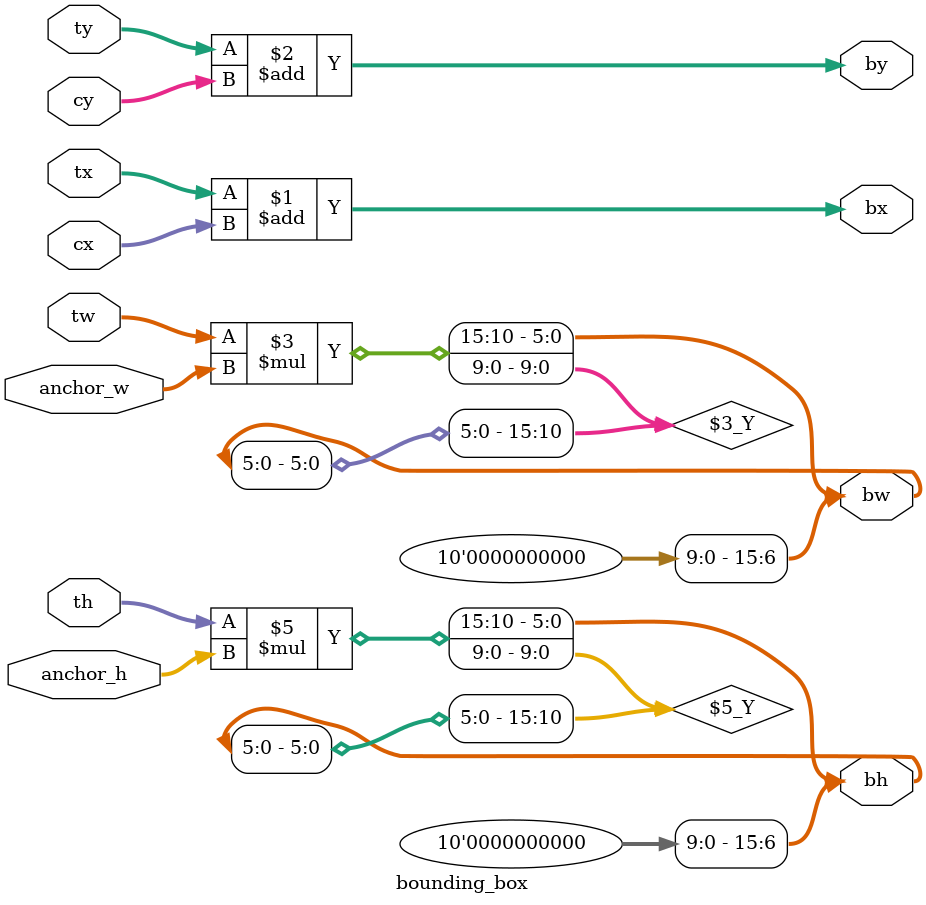
<source format=v>
module bounding_box #(
    parameter N = 16
)(
    input wire [N-1:0] tx, ty, tw, th, 
    input wire [N-1:0] anchor_w, anchor_h, // Predefined anchor box sizes
    input wire [N-1:0] cx, cy, // Cell grid coordinates
    output wire [N-1:0] bx, by, bw, bh
);
    assign bx = tx + cx;
    assign by = ty + cy;
    assign bw = (tw * anchor_w) >>> 10; // Approximate exp() using shift
    assign bh = (th * anchor_h) >>> 10;
endmodule


</source>
